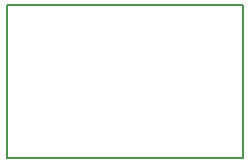
<source format=gm1>
%FSLAX25Y25*%
%MOIN*%
G70*
G01*
G75*
G04 Layer_Color=16711935*
%ADD10R,0.02756X0.03347*%
%ADD11R,0.03347X0.02756*%
%ADD12O,0.03543X0.01969*%
%ADD13O,0.03543X0.01969*%
%ADD14R,0.03543X0.01969*%
%ADD15R,0.02362X0.02362*%
%ADD16R,0.02200X0.01378*%
%ADD17O,0.01102X0.03937*%
%ADD18O,0.03937X0.01102*%
%ADD19R,0.05906X0.05906*%
%ADD20R,0.02362X0.02362*%
%ADD21O,0.02400X0.00800*%
%ADD22O,0.00800X0.02400*%
%ADD23O,0.02756X0.00787*%
%ADD24O,0.00787X0.02756*%
%ADD25C,0.00600*%
%ADD26C,0.01000*%
%ADD27C,0.02000*%
%ADD28C,0.00800*%
%ADD29C,0.01500*%
%ADD30C,0.00500*%
%ADD31C,0.05906*%
%ADD32C,0.02000*%
%ADD33C,0.00787*%
%ADD34C,0.00984*%
%ADD35R,0.03556X0.04147*%
%ADD36R,0.04147X0.03556*%
%ADD37O,0.04343X0.02769*%
%ADD38O,0.04343X0.02769*%
%ADD39R,0.04343X0.02769*%
%ADD40R,0.03162X0.03162*%
%ADD41R,0.03000X0.02178*%
%ADD42O,0.01902X0.04737*%
%ADD43O,0.04737X0.01902*%
%ADD44R,0.06706X0.06706*%
%ADD45R,0.03162X0.03162*%
%ADD46O,0.03200X0.01600*%
%ADD47O,0.01600X0.03200*%
%ADD48O,0.03556X0.01587*%
%ADD49O,0.01587X0.03556*%
%ADD50C,0.06706*%
D30*
X0Y-51181D02*
Y0D01*
Y-51181D02*
X78740D01*
Y0D01*
X0D02*
X78740D01*
X0Y-51181D02*
Y0D01*
Y-51181D02*
X78740D01*
Y0D01*
X0D02*
X78740D01*
M02*

</source>
